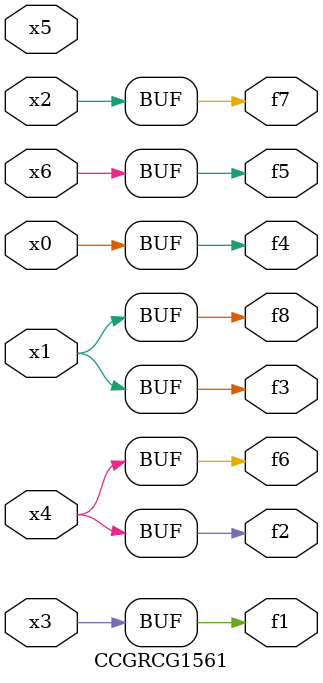
<source format=v>
module CCGRCG1561(
	input x0, x1, x2, x3, x4, x5, x6,
	output f1, f2, f3, f4, f5, f6, f7, f8
);
	assign f1 = x3;
	assign f2 = x4;
	assign f3 = x1;
	assign f4 = x0;
	assign f5 = x6;
	assign f6 = x4;
	assign f7 = x2;
	assign f8 = x1;
endmodule

</source>
